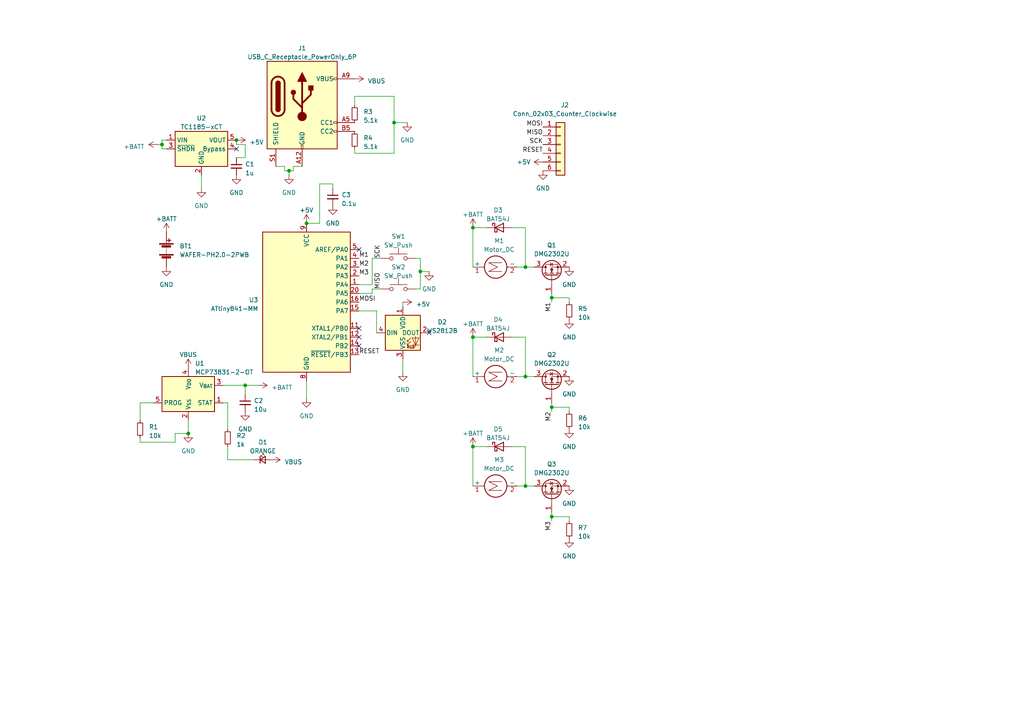
<source format=kicad_sch>
(kicad_sch (version 20230121) (generator eeschema)
  (paper "A4")
  (lib_symbols
    (symbol "Battery_Management:MCP73831-2-OT"
      (property "Reference" "U" (at -7.62 6.35 0))
      (property "Value" "MCP73831-2-OT" (at 1.27 6.35 0))
      (symbol "MCP73831-2-OT_0_1"
        (rectangle (start -7.62 5.08) (end 7.62 -5.08) (stroke (width 0.254)) (fill (type background)))
      )
      (symbol "MCP73831-2-OT_1_1"
        (pin output line (at 10.16 -2.54 180) (length 2.54) (name "STAT") (number "1"))
        (pin power_in line (at 0 -7.62 90) (length 2.54) (name "V_{SS}") (number "2"))
        (pin power_out line (at 10.16 2.54 180) (length 2.54) (name "V_{BAT}") (number "3"))
        (pin power_in line (at 0 7.62 270) (length 2.54) (name "V_{DD}") (number "4"))
        (pin input line (at -10.16 -2.54 0) (length 2.54) (name "PROG") (number "5"))
      )
    )
    (symbol "Connector:USB_C_Receptacle_PowerOnly_6P" (pin_names (offset 1.016))
      (property "Reference" "J" (at 0 16.51 0))
      (property "Value" "USB_C_Receptacle_PowerOnly_6P" (at 0 13.97 0))
      (symbol "USB_C_Receptacle_PowerOnly_6P_0_0"
        (rectangle (start -0.254 -12.7) (end 0.254 -11.684))
        (rectangle (start 10.16 -7.366) (end 9.144 -7.874))
        (rectangle (start 10.16 -4.826) (end 9.144 -5.334))
        (rectangle (start 10.16 7.874) (end 9.144 7.366))
      )
      (symbol "USB_C_Receptacle_PowerOnly_6P_0_1"
        (rectangle (start -10.16 12.7) (end 10.16 -12.7) (stroke (width 0.254)) (fill (type background)))
        (arc (start -8.89 -1.27) (mid -6.985 -3.1667) (end -5.08 -1.27) (stroke (width 0.508)))
        (arc (start -7.62 -1.27) (mid -6.985 -1.9023) (end -6.35 -1.27) (stroke (width 0.254)))
        (arc (start -7.62 -1.27) (mid -6.985 -1.9023) (end -6.35 -1.27) (stroke (width 0.254)) (fill (type outline)))
        (rectangle (start -7.62 -1.27) (end -6.35 6.35) (stroke (width 0.254)) (fill (type outline)))
        (arc (start -6.35 6.35) (mid -6.985 6.9823) (end -7.62 6.35) (stroke (width 0.254)))
        (arc (start -6.35 6.35) (mid -6.985 6.9823) (end -7.62 6.35) (stroke (width 0.254)) (fill (type outline)))
        (arc (start -5.08 6.35) (mid -6.985 8.2467) (end -8.89 6.35) (stroke (width 0.508)))
        (circle (center -2.54 3.683) (radius 0.635) (stroke (width 0.254)) (fill (type outline)))
        (circle (center 0 -3.302) (radius 1.27) (fill (type outline)))
        (polyline (pts (xy -8.89 -1.27) (xy -8.89 6.35)) (stroke (width 0.508)))
        (polyline (pts (xy -5.08 6.35) (xy -5.08 -1.27)) (stroke (width 0.508)))
        (polyline (pts (xy 0 -3.302) (xy 0 6.858)) (stroke (width 0.508)))
        (polyline (pts (xy 0 -0.762) (xy -2.54 1.778) (xy -2.54 3.048)) (stroke (width 0.508)))
        (polyline (pts (xy 0 0.508) (xy 2.54 3.048) (xy 2.54 4.318)) (stroke (width 0.508)))
        (polyline (pts (xy -1.27 6.858) (xy 0 9.398) (xy 1.27 6.858) (xy -1.27 6.858)) (stroke (width 0.254)) (fill (type outline)))
        (rectangle (start 1.905 4.318) (end 3.175 5.588) (stroke (width 0.254)) (fill (type outline)))
      )
      (symbol "USB_C_Receptacle_PowerOnly_6P_1_1"
        (pin passive line (at 0 -17.78 90) (length 5.08) (name "GND") (number "A12"))
        (pin bidirectional line (at 15.24 -5.08 180) (length 5.08) (name "CC1") (number "A5"))
        (pin passive line (at 15.24 7.62 180) (length 5.08) (name "VBUS") (number "A9"))
        (pin passive line (at 0 -17.78 90) (length 5.08) hide (name "GND") (number "B12"))
        (pin bidirectional line (at 15.24 -7.62 180) (length 5.08) (name "CC2") (number "B5"))
        (pin passive line (at 15.24 7.62 180) (length 5.08) hide (name "VBUS") (number "B9"))
        (pin passive line (at -7.62 -17.78 90) (length 5.08) (name "SHIELD") (number "S1"))
      )
    )
    (symbol "Connector_Generic:Conn_01x06" (pin_names (offset 1.016) hide)
      (property "Reference" "J" (at 0 7.62 0))
      (property "Value" "Conn_01x06" (at 0 -10.16 0))
      (symbol "Conn_01x06_1_1"
        (rectangle (start -1.27 -7.493) (end 0 -7.747) (stroke (width 0.1524)))
        (rectangle (start -1.27 -4.953) (end 0 -5.207) (stroke (width 0.1524)))
        (rectangle (start -1.27 -2.413) (end 0 -2.667) (stroke (width 0.1524)))
        (rectangle (start -1.27 0.127) (end 0 -0.127) (stroke (width 0.1524)))
        (rectangle (start -1.27 2.667) (end 0 2.413) (stroke (width 0.1524)))
        (rectangle (start -1.27 5.207) (end 0 4.953) (stroke (width 0.1524)))
        (rectangle (start -1.27 6.35) (end 1.27 -8.89) (stroke (width 0.254)) (fill (type background)))
        (pin passive line (at -5.08 5.08 0) (length 3.81) (name "Pin_1") (number "1"))
        (pin passive line (at -5.08 2.54 0) (length 3.81) (name "Pin_2") (number "2"))
        (pin passive line (at -5.08 0 0) (length 3.81) (name "Pin_3") (number "3"))
        (pin passive line (at -5.08 -2.54 0) (length 3.81) (name "Pin_4") (number "4"))
        (pin passive line (at -5.08 -5.08 0) (length 3.81) (name "Pin_5") (number "5"))
        (pin passive line (at -5.08 -7.62 0) (length 3.81) (name "Pin_6") (number "6"))
      )
    )
    (symbol "Device:Battery" (pin_numbers hide) (pin_names (offset 0) hide)
      (property "Reference" "BT" (at 2.54 2.54 0))
      (property "Value" "Battery" (at 2.54 0 0))
      (symbol "Battery_0_1"
        (rectangle (start -2.032 -1.397) (end 2.032 -1.651) (fill (type outline)))
        (rectangle (start -2.032 1.778) (end 2.032 1.524) (fill (type outline)))
        (rectangle (start -1.3208 -1.9812) (end 1.27 -2.4892) (fill (type outline)))
        (rectangle (start -1.3208 1.1938) (end 1.27 0.6858) (fill (type outline)))
        (polyline (pts (xy 0 -1.524) (xy 0 -1.27)))
        (polyline (pts (xy 0 -1.016) (xy 0 -0.762)))
        (polyline (pts (xy 0 -0.508) (xy 0 -0.254)))
        (polyline (pts (xy 0 0) (xy 0 0.254)))
        (polyline (pts (xy 0 0.508) (xy 0 0.762)))
        (polyline (pts (xy 0 1.778) (xy 0 2.54)))
        (polyline (pts (xy 0.254 2.667) (xy 1.27 2.667)) (stroke (width 0.254)))
        (polyline (pts (xy 0.762 3.175) (xy 0.762 2.159)) (stroke (width 0.254)))
      )
      (symbol "Battery_1_1"
        (pin passive line (at 0 5.08 270) (length 2.54) (name "+") (number "1"))
        (pin passive line (at 0 -5.08 90) (length 2.54) (name "-") (number "2"))
      )
    )
    (symbol "Device:C_Small" (pin_numbers hide) (pin_names (offset 0.254) hide)
      (property "Reference" "C" (at 0.254 1.778 0))
      (property "Value" "C_Small" (at 0.254 -2.032 0))
      (symbol "C_Small_0_1"
        (polyline (pts (xy -1.524 -0.508) (xy 1.524 -0.508)) (stroke (width 0.3302)))
        (polyline (pts (xy -1.524 0.508) (xy 1.524 0.508)) (stroke (width 0.3048)))
      )
      (symbol "C_Small_1_1"
        (pin passive line (at 0 2.54 270) (length 2.032) (name "~") (number "1"))
        (pin passive line (at 0 -2.54 90) (length 2.032) (name "~") (number "2"))
      )
    )
    (symbol "Device:LED_Small" (pin_numbers hide) (pin_names (offset 0.254) hide)
      (property "Reference" "D" (at -1.27 3.175 0))
      (property "Value" "LED_Small" (at -4.445 -2.54 0))
      (symbol "LED_Small_0_1"
        (polyline (pts (xy -0.762 -1.016) (xy -0.762 1.016)) (stroke (width 0.254)))
        (polyline (pts (xy 1.016 0) (xy -0.762 0)))
        (polyline (pts (xy 0.762 -1.016) (xy -0.762 0) (xy 0.762 1.016) (xy 0.762 -1.016)) (stroke (width 0.254)))
        (polyline (pts (xy 0 0.762) (xy -0.508 1.27) (xy -0.254 1.27) (xy -0.508 1.27) (xy -0.508 1.016)))
        (polyline (pts (xy 0.508 1.27) (xy 0 1.778) (xy 0.254 1.778) (xy 0 1.778) (xy 0 1.524)))
      )
      (symbol "LED_Small_1_1"
        (pin passive line (at -2.54 0 0) (length 1.778) (name "K") (number "1"))
        (pin passive line (at 2.54 0 180) (length 1.778) (name "A") (number "2"))
      )
    )
    (symbol "Device:R_Small" (pin_numbers hide) (pin_names (offset 0.254) hide)
      (property "Reference" "R" (at 0.762 0.508 0))
      (property "Value" "R_Small" (at 0.762 -1.016 0))
      (symbol "R_Small_0_1"
        (rectangle (start -0.762 1.778) (end 0.762 -1.778) (stroke (width 0.2032)))
      )
      (symbol "R_Small_1_1"
        (pin passive line (at 0 2.54 270) (length 0.762) (name "~") (number "1"))
        (pin passive line (at 0 -2.54 90) (length 0.762) (name "~") (number "2"))
      )
    )
    (symbol "Diode:BAT54J" (pin_numbers hide) (pin_names (offset 1.016) hide)
      (property "Reference" "D" (at 0 2.54 0))
      (property "Value" "BAT54J" (at 0 -2.54 0))
      (symbol "BAT54J_0_1"
        (polyline (pts (xy 1.27 0) (xy -1.27 0)))
        (polyline (pts (xy 1.27 1.27) (xy 1.27 -1.27) (xy -1.27 0) (xy 1.27 1.27)) (stroke (width 0.254)))
        (polyline (pts (xy -1.905 0.635) (xy -1.905 1.27) (xy -1.27 1.27) (xy -1.27 -1.27) (xy -0.635 -1.27) (xy -0.635 -0.635)) (stroke (width 0.254)))
      )
      (symbol "BAT54J_1_1"
        (pin passive line (at -3.81 0 0) (length 2.54) (name "K") (number "1"))
        (pin passive line (at 3.81 0 180) (length 2.54) (name "A") (number "2"))
      )
    )
    (symbol "LED:WS2812B" (pin_names (offset 0.254))
      (property "Reference" "D" (at 5.08 5.715 0))
      (property "Value" "WS2812B" (at 1.27 -5.715 0))
      (symbol "WS2812B_0_0"
        (text "RGB" (at 2.286 -4.191 0) (effects (font (size 0.762 0.762))))
      )
      (symbol "WS2812B_0_1"
        (polyline (pts (xy 1.27 -3.556) (xy 1.778 -3.556)))
        (polyline (pts (xy 1.27 -2.54) (xy 1.778 -2.54)))
        (polyline (pts (xy 4.699 -3.556) (xy 2.667 -3.556)))
        (polyline (pts (xy 2.286 -2.54) (xy 1.27 -3.556) (xy 1.27 -3.048)))
        (polyline (pts (xy 2.286 -1.524) (xy 1.27 -2.54) (xy 1.27 -2.032)))
        (polyline (pts (xy 3.683 -1.016) (xy 3.683 -3.556) (xy 3.683 -4.064)))
        (polyline (pts (xy 4.699 -1.524) (xy 2.667 -1.524) (xy 3.683 -3.556) (xy 4.699 -1.524)))
        (rectangle (start 5.08 5.08) (end -5.08 -5.08) (stroke (width 0.254)) (fill (type background)))
      )
      (symbol "WS2812B_1_1"
        (pin power_in line (at 0 7.62 270) (length 2.54) (name "VDD") (number "1"))
        (pin output line (at 7.62 0 180) (length 2.54) (name "DOUT") (number "2"))
        (pin power_in line (at 0 -7.62 90) (length 2.54) (name "VSS") (number "3"))
        (pin input line (at -7.62 0 0) (length 2.54) (name "DIN") (number "4"))
      )
    )
    (symbol "MCU_Microchip_ATtiny:ATtiny841-MM"
      (property "Reference" "U" (at -12.7 21.59 0))
      (property "Value" "ATtiny841-MM" (at 2.54 -21.59 0))
      (symbol "ATtiny841-MM_0_1"
        (rectangle (start -12.7 -20.32) (end 12.7 20.32) (stroke (width 0.254)) (fill (type background)))
      )
      (symbol "ATtiny841-MM_1_1"
        (pin bidirectional line (at 15.24 5.08 180) (length 2.54) (name "PA4") (number "1"))
        (pin no_connect line (at -12.7 -10.16 0) (length 2.54) hide (name "NC") (number "10"))
        (pin bidirectional line (at 15.24 -7.62 180) (length 2.54) (name "XTAL1/PB0") (number "11"))
        (pin bidirectional line (at 15.24 -10.16 180) (length 2.54) (name "XTAL2/PB1") (number "12"))
        (pin bidirectional line (at 15.24 -15.24 180) (length 2.54) (name "~{RESET}/PB3") (number "13"))
        (pin bidirectional line (at 15.24 -12.7 180) (length 2.54) (name "PB2") (number "14"))
        (pin bidirectional line (at 15.24 -2.54 180) (length 2.54) (name "PA7") (number "15"))
        (pin bidirectional line (at 15.24 0 180) (length 2.54) (name "PA6") (number "16"))
        (pin no_connect line (at -12.7 -12.7 0) (length 2.54) hide (name "NC") (number "17"))
        (pin no_connect line (at -12.7 -15.24 0) (length 2.54) hide (name "NC") (number "18"))
        (pin no_connect line (at -12.7 -17.78 0) (length 2.54) hide (name "NC") (number "19"))
        (pin bidirectional line (at 15.24 7.62 180) (length 2.54) (name "PA3") (number "2"))
        (pin bidirectional line (at 15.24 2.54 180) (length 2.54) (name "PA5") (number "20"))
        (pin passive line (at 0 -22.86 90) (length 2.54) hide (name "GND") (number "21"))
        (pin bidirectional line (at 15.24 10.16 180) (length 2.54) (name "PA2") (number "3"))
        (pin bidirectional line (at 15.24 12.7 180) (length 2.54) (name "PA1") (number "4"))
        (pin bidirectional line (at 15.24 15.24 180) (length 2.54) (name "AREF/PA0") (number "5"))
        (pin no_connect line (at -12.7 -5.08 0) (length 2.54) hide (name "NC") (number "6"))
        (pin no_connect line (at -12.7 -7.62 0) (length 2.54) hide (name "NC") (number "7"))
        (pin power_in line (at 0 -22.86 90) (length 2.54) (name "GND") (number "8"))
        (pin power_in line (at 0 22.86 270) (length 2.54) (name "VCC") (number "9"))
      )
    )
    (symbol "Motor:Motor_DC" (pin_names (offset 0))
      (property "Reference" "M" (at 2.54 2.54 0))
      (property "Value" "Motor_DC" (at 2.54 -5.08 0))
      (symbol "Motor_DC_0_0"
        (polyline (pts (xy -1.27 -3.302) (xy -1.27 0.508) (xy 0 -2.032) (xy 1.27 0.508) (xy 1.27 -3.302)))
      )
      (symbol "Motor_DC_0_1"
        (circle (center 0 -1.524) (radius 3.2512) (stroke (width 0.254)))
        (polyline (pts (xy 0 -7.62) (xy 0 -7.112)))
        (polyline (pts (xy 0 -4.7752) (xy 0 -5.1816)))
        (polyline (pts (xy 0 1.7272) (xy 0 2.0828)))
        (polyline (pts (xy 0 2.032) (xy 0 2.54)))
      )
      (symbol "Motor_DC_1_1"
        (pin passive line (at 0 5.08 270) (length 2.54) (name "+") (number "1"))
        (pin passive line (at 0 -7.62 90) (length 2.54) (name "-") (number "2"))
      )
    )
    (symbol "Regulator_Linear:TC1185-xCT"
      (property "Reference" "U" (at -6.35 6.35 0))
      (property "Value" "TC1185-xCT" (at 0 6.35 0))
      (symbol "TC1185-xCT_0_1"
        (rectangle (start -7.62 5.08) (end 7.62 -5.08) (stroke (width 0.254)) (fill (type background)))
      )
      (symbol "TC1185-xCT_1_1"
        (pin power_in line (at -10.16 2.54 0) (length 2.54) (name "VIN") (number "1"))
        (pin power_in line (at 0 -7.62 90) (length 2.54) (name "GND") (number "2"))
        (pin input line (at -10.16 0 0) (length 2.54) (name "~{SHDN}") (number "3"))
        (pin passive line (at 10.16 0 180) (length 2.54) (name "Bypass") (number "4"))
        (pin power_out line (at 10.16 2.54 180) (length 2.54) (name "VOUT") (number "5"))
      )
    )
    (symbol "Switch:SW_Push" (pin_numbers hide) (pin_names (offset 1.016) hide)
      (property "Reference" "SW" (at 1.27 2.54 0))
      (property "Value" "SW_Push" (at 0 -1.524 0))
      (symbol "SW_Push_0_1"
        (circle (center -2.032 0) (radius 0.508))
        (polyline (pts (xy 0 1.27) (xy 0 3.048)))
        (polyline (pts (xy 2.54 1.27) (xy -2.54 1.27)))
        (circle (center 2.032 0) (radius 0.508))
        (pin passive line (at -5.08 0 0) (length 2.54) (name "1") (number "1"))
        (pin passive line (at 5.08 0 180) (length 2.54) (name "2") (number "2"))
      )
    )
    (symbol "Transistor_FET:DMG2302U" (pin_names hide)
      (property "Reference" "Q" (at 5.08 1.905 0))
      (property "Value" "DMG2302U" (at 5.08 0 0))
      (symbol "DMG2302U_0_1"
        (polyline (pts (xy 0.254 0) (xy -2.54 0)))
        (polyline (pts (xy 0.254 1.905) (xy 0.254 -1.905)) (stroke (width 0.254)))
        (polyline (pts (xy 0.762 -1.27) (xy 0.762 -2.286)) (stroke (width 0.254)))
        (polyline (pts (xy 0.762 0.508) (xy 0.762 -0.508)) (stroke (width 0.254)))
        (polyline (pts (xy 0.762 2.286) (xy 0.762 1.27)) (stroke (width 0.254)))
        (polyline (pts (xy 2.54 2.54) (xy 2.54 1.778)))
        (polyline (pts (xy 2.54 -2.54) (xy 2.54 0) (xy 0.762 0)))
        (polyline (pts (xy 0.762 -1.778) (xy 3.302 -1.778) (xy 3.302 1.778) (xy 0.762 1.778)))
        (polyline (pts (xy 1.016 0) (xy 2.032 0.381) (xy 2.032 -0.381) (xy 1.016 0)) (fill (type outline)))
        (polyline (pts (xy 2.794 0.508) (xy 2.921 0.381) (xy 3.683 0.381) (xy 3.81 0.254)))
        (polyline (pts (xy 3.302 0.381) (xy 2.921 -0.254) (xy 3.683 -0.254) (xy 3.302 0.381)))
        (circle (center 1.651 0) (radius 2.794) (stroke (width 0.254)))
        (circle (center 2.54 -1.778) (radius 0.254) (fill (type outline)))
        (circle (center 2.54 1.778) (radius 0.254) (fill (type outline)))
      )
      (symbol "DMG2302U_1_1"
        (pin input line (at -5.08 0 0) (length 2.54) (name "G") (number "1"))
        (pin passive line (at 2.54 -5.08 90) (length 2.54) (name "S") (number "2"))
        (pin passive line (at 2.54 5.08 270) (length 2.54) (name "D") (number "3"))
      )
    )
    (symbol "power:+5V" (power) (pin_names (offset 0))
      (property "Value" "+5V" (at 0 3.556 0))
      (symbol "+5V_0_1"
        (polyline (pts (xy -0.762 1.27) (xy 0 2.54)))
        (polyline (pts (xy 0 0) (xy 0 2.54)))
        (polyline (pts (xy 0 2.54) (xy 0.762 1.27)))
      )
      (symbol "+5V_1_1"
        (pin power_in line (at 0 0 90) (length 0) hide (name "+5V") (number "1"))
      )
    )
    (symbol "power:+BATT" (power) (pin_names (offset 0))
      (property "Value" "+BATT" (at 0 3.556 0))
      (symbol "+BATT_0_1"
        (polyline (pts (xy -0.762 1.27) (xy 0 2.54)))
        (polyline (pts (xy 0 0) (xy 0 2.54)))
        (polyline (pts (xy 0 2.54) (xy 0.762 1.27)))
      )
      (symbol "+BATT_1_1"
        (pin power_in line (at 0 0 90) (length 0) hide (name "+BATT") (number "1"))
      )
    )
    (symbol "power:GND" (power) (pin_names (offset 0))
      (property "Value" "GND" (at 0 -3.81 0))
      (symbol "GND_0_1"
        (polyline (pts (xy 0 0) (xy 0 -1.27) (xy 1.27 -1.27) (xy 0 -2.54) (xy -1.27 -1.27) (xy 0 -1.27)))
      )
      (symbol "GND_1_1"
        (pin power_in line (at 0 0 270) (length 0) hide (name "GND") (number "1"))
      )
    )
    (symbol "power:VBUS" (power) (pin_names (offset 0))
      (property "Value" "VBUS" (at 0 3.81 0))
      (symbol "VBUS_0_1"
        (polyline (pts (xy -0.762 1.27) (xy 0 2.54)))
        (polyline (pts (xy 0 0) (xy 0 2.54)))
        (polyline (pts (xy 0 2.54) (xy 0.762 1.27)))
      )
      (symbol "VBUS_1_1"
        (pin power_in line (at 0 0 90) (length 0) hide (name "VBUS") (number "1"))
      )
    )
  )
  (junction (at 71.12 111.76))
  (junction (at 160.02 86.36))
  (junction (at 137.16 129.54))
  (junction (at 137.16 97.79))
  (junction (at 137.16 66.04))
  (junction (at 160.02 118.11))
  (junction (at 121.92 78.74))
  (junction (at 160.02 149.86))
  (junction (at 46.99 41.91))
  (junction (at 83.82 49.53))
  (junction (at 152.4 140.97))
  (junction (at 152.4 77.47))
  (junction (at 68.58 40.64))
  (junction (at 114.3 35.56))
  (junction (at 88.9 64.77))
  (junction (at 152.4 109.22))
  (junction (at 54.61 125.73))
  (no_connect (at 104.14 72.39))
  (no_connect (at 104.14 100.33))
  (no_connect (at 124.46 96.52))
  (no_connect (at 68.58 43.18))
  (no_connect (at 104.14 97.79))
  (no_connect (at 104.14 95.25))
  (wire (pts (xy 80.01 48.26) (xy 82.55 48.26)))
  (wire (pts (xy 71.12 45.72) (xy 68.58 45.72)))
  (wire (pts (xy 160.02 118.11) (xy 160.02 119.38)))
  (wire (pts (xy 110.49 74.93) (xy 107.95 74.93)))
  (wire (pts (xy 71.12 111.76) (xy 74.93 111.76)))
  (wire (pts (xy 165.1 118.11) (xy 165.1 119.38)))
  (wire (pts (xy 160.02 149.86) (xy 160.02 151.13)))
  (wire (pts (xy 107.95 83.82) (xy 110.49 83.82)))
  (wire (pts (xy 40.64 116.84) (xy 44.45 116.84)))
  (wire (pts (xy 50.8 128.27) (xy 50.8 125.73)))
  (wire (pts (xy 102.87 44.45) (xy 102.87 43.18)))
  (wire (pts (xy 107.95 82.55) (xy 104.14 82.55)))
  (wire (pts (xy 121.92 74.93) (xy 121.92 78.74)))
  (wire (pts (xy 107.95 74.93) (xy 107.95 82.55)))
  (wire (pts (xy 120.65 83.82) (xy 121.92 83.82)))
  (wire (pts (xy 160.02 118.11) (xy 165.1 118.11)))
  (wire (pts (xy 148.59 97.79) (xy 152.4 97.79)))
  (wire (pts (xy 160.02 85.09) (xy 160.02 86.36)))
  (wire (pts (xy 148.59 66.04) (xy 152.4 66.04)))
  (wire (pts (xy 160.02 148.59) (xy 160.02 149.86)))
  (wire (pts (xy 40.64 128.27) (xy 50.8 128.27)))
  (wire (pts (xy 152.4 140.97) (xy 152.4 129.54)))
  (wire (pts (xy 68.58 41.91) (xy 71.12 41.91)))
  (wire (pts (xy 68.58 40.64) (xy 68.58 41.91)))
  (wire (pts (xy 58.42 50.8) (xy 58.42 54.61)))
  (wire (pts (xy 114.3 44.45) (xy 102.87 44.45)))
  (wire (pts (xy 46.99 43.18) (xy 46.99 41.91)))
  (wire (pts (xy 66.04 116.84) (xy 64.77 116.84)))
  (wire (pts (xy 83.82 49.53) (xy 83.82 50.8)))
  (wire (pts (xy 160.02 116.84) (xy 160.02 118.11)))
  (wire (pts (xy 50.8 125.73) (xy 54.61 125.73)))
  (wire (pts (xy 137.16 140.97) (xy 137.16 129.54)))
  (wire (pts (xy 116.84 104.14) (xy 116.84 107.95)))
  (wire (pts (xy 40.64 127) (xy 40.64 128.27)))
  (wire (pts (xy 160.02 86.36) (xy 165.1 86.36)))
  (wire (pts (xy 120.65 74.93) (xy 121.92 74.93)))
  (wire (pts (xy 54.61 121.92) (xy 54.61 125.73)))
  (wire (pts (xy 137.16 109.22) (xy 137.16 97.79)))
  (wire (pts (xy 165.1 149.86) (xy 165.1 151.13)))
  (wire (pts (xy 121.92 78.74) (xy 124.46 78.74)))
  (wire (pts (xy 88.9 64.77) (xy 92.71 64.77)))
  (wire (pts (xy 66.04 116.84) (xy 66.04 124.46)))
  (wire (pts (xy 109.22 96.52) (xy 109.22 90.17)))
  (wire (pts (xy 109.22 90.17) (xy 104.14 90.17)))
  (wire (pts (xy 114.3 35.56) (xy 114.3 44.45)))
  (wire (pts (xy 102.87 30.48) (xy 102.87 27.94)))
  (wire (pts (xy 87.63 48.26) (xy 85.09 48.26)))
  (wire (pts (xy 82.55 48.26) (xy 82.55 49.53)))
  (wire (pts (xy 82.55 49.53) (xy 83.82 49.53)))
  (wire (pts (xy 149.86 140.97) (xy 152.4 140.97)))
  (wire (pts (xy 92.71 53.34) (xy 92.71 64.77)))
  (wire (pts (xy 152.4 109.22) (xy 152.4 97.79)))
  (wire (pts (xy 137.16 129.54) (xy 140.97 129.54)))
  (wire (pts (xy 116.84 87.63) (xy 116.84 88.9)))
  (wire (pts (xy 152.4 77.47) (xy 154.94 77.47)))
  (wire (pts (xy 152.4 109.22) (xy 154.94 109.22)))
  (wire (pts (xy 83.82 49.53) (xy 85.09 49.53)))
  (wire (pts (xy 45.72 41.91) (xy 46.99 41.91)))
  (wire (pts (xy 48.26 43.18) (xy 46.99 43.18)))
  (wire (pts (xy 102.87 27.94) (xy 114.3 27.94)))
  (wire (pts (xy 71.12 41.91) (xy 71.12 45.72)))
  (wire (pts (xy 165.1 86.36) (xy 165.1 87.63)))
  (wire (pts (xy 92.71 53.34) (xy 96.52 53.34)))
  (wire (pts (xy 71.12 111.76) (xy 71.12 114.3)))
  (wire (pts (xy 85.09 48.26) (xy 85.09 49.53)))
  (wire (pts (xy 46.99 40.64) (xy 48.26 40.64)))
  (wire (pts (xy 73.66 133.35) (xy 66.04 133.35)))
  (wire (pts (xy 160.02 86.36) (xy 160.02 87.63)))
  (wire (pts (xy 107.95 85.09) (xy 107.95 83.82)))
  (wire (pts (xy 104.14 85.09) (xy 107.95 85.09)))
  (wire (pts (xy 149.86 109.22) (xy 152.4 109.22)))
  (wire (pts (xy 137.16 77.47) (xy 137.16 66.04)))
  (wire (pts (xy 149.86 77.47) (xy 152.4 77.47)))
  (wire (pts (xy 40.64 121.92) (xy 40.64 116.84)))
  (wire (pts (xy 114.3 27.94) (xy 114.3 35.56)))
  (wire (pts (xy 46.99 41.91) (xy 46.99 40.64)))
  (wire (pts (xy 88.9 110.49) (xy 88.9 115.57)))
  (wire (pts (xy 66.04 133.35) (xy 66.04 129.54)))
  (wire (pts (xy 137.16 66.04) (xy 140.97 66.04)))
  (wire (pts (xy 148.59 129.54) (xy 152.4 129.54)))
  (wire (pts (xy 114.3 35.56) (xy 118.11 35.56)))
  (wire (pts (xy 64.77 111.76) (xy 71.12 111.76)))
  (wire (pts (xy 152.4 140.97) (xy 154.94 140.97)))
  (wire (pts (xy 137.16 97.79) (xy 140.97 97.79)))
  (wire (pts (xy 121.92 83.82) (xy 121.92 78.74)))
  (wire (pts (xy 160.02 149.86) (xy 165.1 149.86)))
  (wire (pts (xy 96.52 53.34) (xy 96.52 54.61)))
  (wire (pts (xy 152.4 77.47) (xy 152.4 66.04)))
  (label "SCK" (at 110.49 74.93 90))
  (label "M3" (at 160.02 151.13 270))
  (label "SCK" (at 157.48 41.91 180))
  (label "MISO" (at 110.49 83.82 90))
  (label "M2" (at 160.02 119.38 270))
  (label "RESET" (at 157.48 44.45 180))
  (label "M1" (at 104.14 74.93 0))
  (label "M1" (at 160.02 87.63 270))
  (label "M3" (at 104.14 80.01 0))
  (label "MOSI" (at 104.14 87.63 0))
  (label "MISO" (at 157.48 39.37 180))
  (label "MOSI" (at 157.48 36.83 180))
  (label "M2" (at 104.14 77.47 0))
  (label "RESET" (at 104.14 102.87 0))
  (symbol (lib_id "Transistor_FET:DMG2302U") (at 160.02 143.51 90) (unit 1)
    (property "Reference" "Q3" (at 160.02 134.62 90))
    (property "Value" "DMG2302U" (at 160.02 137.16 90))
    (property "Footprint" "Package_TO_SOT_SMD:SOT-23" (effects hide))
    (property "Datasheet" "http://www.diodes.com/assets/Datasheets/DMG2302U.pdf" (effects hide))
  )
  (symbol (lib_id "power:+BATT") (at 74.93 111.76 270) (unit 1)
    (property "Reference" "#PWR010" (effects hide))
    (property "Value" "+BATT" (at 78.74 112.395 90) (effects (justify left)))
  )
  (symbol (lib_id "Transistor_FET:DMG2302U") (at 160.02 111.76 90) (unit 1)
    (property "Reference" "Q2" (at 160.02 102.87 90))
    (property "Value" "DMG2302U" (at 160.02 105.41 90))
    (property "Footprint" "Package_TO_SOT_SMD:SOT-23" (effects hide))
    (property "Datasheet" "http://www.diodes.com/assets/Datasheets/DMG2302U.pdf" (effects hide))
  )
  (symbol (lib_id "power:+5V") (at 157.48 46.99 90) (unit 1)
    (property "Reference" "#PWR017" (effects hide))
    (property "Value" "+5V" (at 149.86 46.99 90) (effects (justify right)))
  )
  (symbol (lib_id "Device:R_Small") (at 102.87 33.02 0) (unit 1)
    (property "Reference" "R3" (at 105.41 32.385 0) (effects (justify left)))
    (property "Value" "5.1k" (at 105.41 34.925 0) (effects (justify left)))
    (property "Footprint" "Resistor_SMD:R_0402_1005Metric" (effects hide))
  )
  (symbol (lib_id "Motor:Motor_DC") (at 142.24 77.47 90) (unit 1)
    (property "Reference" "M1" (at 144.78 69.85 90))
    (property "Value" "Motor_DC" (at 144.78 72.39 90))
    (property "Footprint" "Connector_Wire:SolderWire-0.1sqmm_1x02_P3.6mm_D0.4mm_OD1mm" (effects hide))
  )
  (symbol (lib_id "power:VBUS") (at 102.87 22.86 270) (unit 1)
    (property "Reference" "#PWR016" (effects hide))
    (property "Value" "VBUS" (at 106.68 23.495 90) (effects (justify left)))
  )
  (symbol (lib_id "LED:WS2812B") (at 116.84 96.52 0) (unit 1)
    (property "Reference" "D2" (at 128.27 93.3959 0))
    (property "Value" "WS2812B" (at 128.27 95.9359 0))
    (property "Footprint" "LED_SMD:LED_WS2812B_PLCC4_5.0x5.0mm_P3.2mm" (effects hide))
    (property "Datasheet" "https://cdn-shop.adafruit.com/datasheets/WS2812B.pdf" (effects hide))
  )
  (symbol (lib_id "power:GND") (at 54.61 125.73 0) (unit 1)
    (property "Reference" "#PWR05" (effects hide))
    (property "Value" "GND" (at 54.61 130.81 0))
  )
  (symbol (lib_id "power:GND") (at 165.1 140.97 0) (unit 1)
    (property "Reference" "#PWR030" (effects hide))
    (property "Value" "GND" (at 165.1 146.05 0))
  )
  (symbol (lib_id "Connector:USB_C_Receptacle_PowerOnly_6P") (at 87.63 30.48 0) (unit 1)
    (property "Reference" "J1" (at 87.63 13.97 0))
    (property "Value" "USB_C_Receptacle_PowerOnly_6P" (at 87.63 16.51 0))
    (property "Footprint" "Connector_USB:USB_C_Receptacle_GCT_USB4135-GF-A_6P_TopMnt_Horizontal" (effects hide))
    (property "Datasheet" "https://www.usb.org/sites/default/files/documents/usb_type-c.zip" (effects hide))
  )
  (symbol (lib_id "Device:C_Small") (at 68.58 48.26 0) (unit 1)
    (property "Reference" "C1" (at 71.12 47.6313 0) (effects (justify left)))
    (property "Value" "1u" (at 71.12 50.1713 0) (effects (justify left)))
    (property "Footprint" "Capacitor_SMD:C_0402_1005Metric" (effects hide))
  )
  (symbol (lib_id "power:GND") (at 165.1 109.22 0) (unit 1)
    (property "Reference" "#PWR028" (effects hide))
    (property "Value" "GND" (at 165.1 114.3 0))
  )
  (symbol (lib_id "Regulator_Linear:TC1185-xCT") (at 58.42 43.18 0) (unit 1)
    (property "Reference" "U2" (at 58.42 34.29 0))
    (property "Value" "TC1185-xCT" (at 58.42 36.83 0))
    (property "Footprint" "Package_TO_SOT_SMD:SOT-23-5" (effects hide))
    (property "Datasheet" "https://ww1.microchip.com/downloads/aemDocuments/documents/APID/ProductDocuments/DataSheets/21335e.pdf" (effects hide))
  )
  (symbol (lib_id "power:GND") (at 118.11 35.56 0) (unit 1)
    (property "Reference" "#PWR020" (effects hide))
    (property "Value" "GND" (at 118.11 40.64 0))
  )
  (symbol (lib_id "Device:R_Small") (at 165.1 121.92 0) (unit 1)
    (property "Reference" "R6" (at 167.64 121.285 0) (effects (justify left)))
    (property "Value" "10k" (at 167.64 123.825 0) (effects (justify left)))
    (property "Footprint" "Resistor_SMD:R_0402_1005Metric" (effects hide))
  )
  (symbol (lib_id "Device:R_Small") (at 40.64 124.46 0) (unit 1)
    (property "Reference" "R1" (at 43.18 123.825 0) (effects (justify left)))
    (property "Value" "10k" (at 43.18 126.365 0) (effects (justify left)))
    (property "Footprint" "Resistor_SMD:R_0402_1005Metric" (effects hide))
  )
  (symbol (lib_id "Switch:SW_Push") (at 115.57 74.93 0) (unit 1)
    (property "Reference" "SW1" (at 115.57 68.58 0))
    (property "Value" "SW_Push" (at 115.57 71.12 0))
    (property "Footprint" "Button_Switch_SMD:SW_Push_1P1T_NO_6x6mm_H9.5mm" (effects hide))
  )
  (symbol (lib_id "Connector_Generic:Conn_01x06") (at 162.56 41.91 0) (unit 1)
    (property "Reference" "J2" (at 163.83 30.48 0))
    (property "Value" "Conn_02x03_Counter_Clockwise" (at 163.83 33.02 0))
    (property "Footprint" "Connector_PinHeader_2.54mm:PinHeader_1x06_P2.54mm_Vertical" (effects hide))
  )
  (symbol (lib_id "power:GND") (at 96.52 59.69 0) (unit 1)
    (property "Reference" "#PWR015" (effects hide))
    (property "Value" "GND" (at 96.52 64.77 0))
  )
  (symbol (lib_id "Device:R_Small") (at 102.87 40.64 0) (unit 1)
    (property "Reference" "R4" (at 105.41 40.005 0) (effects (justify left)))
    (property "Value" "5.1k" (at 105.41 42.545 0) (effects (justify left)))
    (property "Footprint" "Resistor_SMD:R_0402_1005Metric" (effects hide))
  )
  (symbol (lib_id "power:VBUS") (at 78.74 133.35 270) (unit 1)
    (property "Reference" "#PWR011" (effects hide))
    (property "Value" "VBUS" (at 82.55 133.985 90) (effects (justify left)))
  )
  (symbol (lib_id "Switch:SW_Push") (at 115.57 83.82 0) (unit 1)
    (property "Reference" "SW2" (at 115.57 77.47 0))
    (property "Value" "SW_Push" (at 115.57 80.01 0))
    (property "Footprint" "Button_Switch_SMD:SW_Push_1P1T_NO_6x6mm_H9.5mm" (effects hide))
  )
  (symbol (lib_id "Device:LED_Small") (at 76.2 133.35 0) (unit 1)
    (property "Reference" "D1" (at 76.2635 128.27 0))
    (property "Value" "ORANGE" (at 76.2635 130.81 0))
    (property "Footprint" "LED_SMD:LED_0603_1608Metric" (effects hide))
  )
  (symbol (lib_id "power:GND") (at 165.1 124.46 0) (unit 1)
    (property "Reference" "#PWR029" (effects hide))
    (property "Value" "GND" (at 165.1 129.54 0))
  )
  (symbol (lib_id "power:GND") (at 124.46 78.74 0) (unit 1)
    (property "Reference" "#PWR022" (effects hide))
    (property "Value" "GND" (at 124.46 83.82 0))
  )
  (symbol (lib_id "MCU_Microchip_ATtiny:ATtiny841-MM") (at 88.9 87.63 0) (unit 1)
    (property "Reference" "U3" (at 74.93 86.995 0) (effects (justify right)))
    (property "Value" "ATtiny841-MM" (at 74.93 89.535 0) (effects (justify right)))
    (property "Footprint" "Package_DFN_QFN:QFN-20-1EP_3x3mm_P0.45mm_EP1.6x1.6mm" (effects hide))
    (property "Datasheet" "http://ww1.microchip.com/downloads/en/DeviceDoc/Atmel-8495-8-bit-AVR-Microcontrollers-ATtiny441-ATtiny841_Datasheet.pdf" (effects hide))
  )
  (symbol (lib_id "power:+BATT") (at 137.16 97.79 0) (unit 1)
    (property "Reference" "#PWR024" (effects hide))
    (property "Value" "+BATT" (at 137.16 93.98 0))
  )
  (symbol (lib_id "power:GND") (at 165.1 156.21 0) (unit 1)
    (property "Reference" "#PWR031" (effects hide))
    (property "Value" "GND" (at 165.1 161.29 0))
  )
  (symbol (lib_id "Device:R_Small") (at 66.04 127 0) (unit 1)
    (property "Reference" "R2" (at 68.58 126.365 0) (effects (justify left)))
    (property "Value" "1k" (at 68.58 128.905 0) (effects (justify left)))
    (property "Footprint" "Resistor_SMD:R_0402_1005Metric" (effects hide))
  )
  (symbol (lib_id "power:GND") (at 48.26 77.47 0) (unit 1)
    (property "Reference" "#PWR03" (effects hide))
    (property "Value" "GND" (at 48.26 82.55 0))
  )
  (symbol (lib_id "power:+5V") (at 116.84 87.63 270) (unit 1)
    (property "Reference" "#PWR018" (effects hide))
    (property "Value" "+5V" (at 120.65 88.265 90) (effects (justify left)))
  )
  (symbol (lib_id "Device:R_Small") (at 165.1 90.17 0) (unit 1)
    (property "Reference" "R5" (at 167.64 89.535 0) (effects (justify left)))
    (property "Value" "10k" (at 167.64 92.075 0) (effects (justify left)))
    (property "Footprint" "Resistor_SMD:R_0402_1005Metric" (effects hide))
  )
  (symbol (lib_id "Transistor_FET:DMG2302U") (at 160.02 80.01 90) (unit 1)
    (property "Reference" "Q1" (at 160.02 71.12 90))
    (property "Value" "DMG2302U" (at 160.02 73.66 90))
    (property "Footprint" "Package_TO_SOT_SMD:SOT-23" (effects hide))
    (property "Datasheet" "http://www.diodes.com/assets/Datasheets/DMG2302U.pdf" (effects hide))
  )
  (symbol (lib_id "Battery_Management:MCP73831-2-OT") (at 54.61 114.3 0) (unit 1)
    (property "Reference" "U1" (at 56.5659 105.41 0) (effects (justify left)))
    (property "Value" "MCP73831-2-OT" (at 56.5659 107.95 0) (effects (justify left)))
    (property "Footprint" "Package_TO_SOT_SMD:SOT-23-5" (effects hide))
    (property "Datasheet" "http://ww1.microchip.com/downloads/en/DeviceDoc/20001984g.pdf" (effects hide))
  )
  (symbol (lib_id "Device:R_Small") (at 165.1 153.67 0) (unit 1)
    (property "Reference" "R7" (at 167.64 153.035 0) (effects (justify left)))
    (property "Value" "10k" (at 167.64 155.575 0) (effects (justify left)))
    (property "Footprint" "Resistor_SMD:R_0402_1005Metric" (effects hide))
  )
  (symbol (lib_id "power:GND") (at 83.82 50.8 0) (unit 1)
    (property "Reference" "#PWR012" (effects hide))
    (property "Value" "GND" (at 83.82 55.88 0))
  )
  (symbol (lib_id "power:GND") (at 165.1 77.47 0) (unit 1)
    (property "Reference" "#PWR026" (effects hide))
    (property "Value" "GND" (at 165.1 82.55 0))
  )
  (symbol (lib_id "power:GND") (at 165.1 92.71 0) (unit 1)
    (property "Reference" "#PWR027" (effects hide))
    (property "Value" "GND" (at 165.1 97.79 0))
  )
  (symbol (lib_id "power:GND") (at 58.42 54.61 0) (unit 1)
    (property "Reference" "#PWR06" (effects hide))
    (property "Value" "GND" (at 58.42 59.69 0))
  )
  (symbol (lib_id "power:GND") (at 157.48 49.53 0) (unit 1)
    (property "Reference" "#PWR021" (effects hide))
    (property "Value" "GND" (at 157.48 54.61 0))
  )
  (symbol (lib_id "Diode:BAT54J") (at 144.78 97.79 0) (unit 1)
    (property "Reference" "D4" (at 144.4625 92.71 0))
    (property "Value" "BAT54J" (at 144.4625 95.25 0))
    (property "Footprint" "Diode_SMD:D_SOD-323F" (effects hide))
    (property "Datasheet" "https://assets.nexperia.com/documents/data-sheet/BAT54J.pdf" (effects hide))
  )
  (symbol (lib_id "Motor:Motor_DC") (at 142.24 140.97 90) (unit 1)
    (property "Reference" "M3" (at 144.78 133.35 90))
    (property "Value" "Motor_DC" (at 144.78 135.89 90))
    (property "Footprint" "Connector_Wire:SolderWire-0.1sqmm_1x02_P3.6mm_D0.4mm_OD1mm" (effects hide))
  )
  (symbol (lib_id "power:+BATT") (at 48.26 67.31 0) (unit 1)
    (property "Reference" "#PWR02" (effects hide))
    (property "Value" "+BATT" (at 48.26 63.5 0))
  )
  (symbol (lib_id "Device:C_Small") (at 71.12 116.84 0) (unit 1)
    (property "Reference" "C2" (at 73.66 116.2113 0) (effects (justify left)))
    (property "Value" "10u" (at 73.66 118.7513 0) (effects (justify left)))
    (property "Footprint" "Capacitor_SMD:C_0402_1005Metric" (effects hide))
  )
  (symbol (lib_id "power:GND") (at 88.9 115.57 0) (unit 1)
    (property "Reference" "#PWR014" (effects hide))
    (property "Value" "GND" (at 88.9 120.65 0))
  )
  (symbol (lib_id "Motor:Motor_DC") (at 142.24 109.22 90) (unit 1)
    (property "Reference" "M2" (at 144.78 101.6 90))
    (property "Value" "Motor_DC" (at 144.78 104.14 90))
    (property "Footprint" "Connector_Wire:SolderWire-0.1sqmm_1x02_P3.6mm_D0.4mm_OD1mm" (effects hide))
  )
  (symbol (lib_id "Device:Battery") (at 48.26 72.39 0) (unit 1)
    (property "Reference" "BT1" (at 52.07 71.374 0) (effects (justify left)))
    (property "Value" "WAFER-PH2.0-2PWB" (at 52.07 73.914 0) (effects (justify left)))
    (property "Footprint" "Connector_JST:JST_PH_S2B-PH-SM4-TB_1x02-1MP_P2.00mm_Horizontal" (effects hide))
  )
  (symbol (lib_id "power:+BATT") (at 137.16 66.04 0) (unit 1)
    (property "Reference" "#PWR023" (effects hide))
    (property "Value" "+BATT" (at 137.16 62.23 0))
  )
  (symbol (lib_id "power:+5V") (at 88.9 64.77 0) (unit 1)
    (property "Reference" "#PWR013" (effects hide))
    (property "Value" "+5V" (at 88.9 60.96 0))
  )
  (symbol (lib_id "Diode:BAT54J") (at 144.78 66.04 0) (unit 1)
    (property "Reference" "D3" (at 144.4625 60.96 0))
    (property "Value" "BAT54J" (at 144.4625 63.5 0))
    (property "Footprint" "Diode_SMD:D_SOD-323F" (effects hide))
    (property "Datasheet" "https://assets.nexperia.com/documents/data-sheet/BAT54J.pdf" (effects hide))
  )
  (symbol (lib_id "power:VBUS") (at 54.61 106.68 0) (unit 1)
    (property "Reference" "#PWR04" (effects hide))
    (property "Value" "VBUS" (at 54.61 102.87 0))
  )
  (symbol (lib_id "Device:C_Small") (at 96.52 57.15 0) (unit 1)
    (property "Reference" "C3" (at 99.06 56.5213 0) (effects (justify left)))
    (property "Value" "0.1u" (at 99.06 59.0613 0) (effects (justify left)))
    (property "Footprint" "Capacitor_SMD:C_0402_1005Metric" (effects hide))
  )
  (symbol (lib_id "power:GND") (at 116.84 107.95 0) (unit 1)
    (property "Reference" "#PWR019" (effects hide))
    (property "Value" "GND" (at 116.84 113.03 0))
  )
  (symbol (lib_id "power:+BATT") (at 45.72 41.91 90) (unit 1)
    (property "Reference" "#PWR01" (effects hide))
    (property "Value" "+BATT" (at 41.91 42.545 90) (effects (justify left)))
  )
  (symbol (lib_id "Diode:BAT54J") (at 144.78 129.54 0) (unit 1)
    (property "Reference" "D5" (at 144.4625 124.46 0))
    (property "Value" "BAT54J" (at 144.4625 127 0))
    (property "Footprint" "Diode_SMD:D_SOD-323F" (effects hide))
    (property "Datasheet" "https://assets.nexperia.com/documents/data-sheet/BAT54J.pdf" (effects hide))
  )
  (symbol (lib_id "power:+5V") (at 68.58 40.64 270) (unit 1)
    (property "Reference" "#PWR07" (effects hide))
    (property "Value" "+5V" (at 72.39 41.275 90) (effects (justify left)))
  )
  (symbol (lib_id "power:GND") (at 68.58 50.8 0) (unit 1)
    (property "Reference" "#PWR08" (effects hide))
    (property "Value" "GND" (at 68.58 55.88 0))
  )
  (symbol (lib_id "power:+BATT") (at 137.16 129.54 0) (unit 1)
    (property "Reference" "#PWR025" (effects hide))
    (property "Value" "+BATT" (at 137.16 125.73 0))
  )
  (symbol (lib_id "power:GND") (at 71.12 119.38 0) (unit 1)
    (property "Reference" "#PWR09" (effects hide))
    (property "Value" "GND" (at 71.12 124.46 0))
  )
)
</source>
